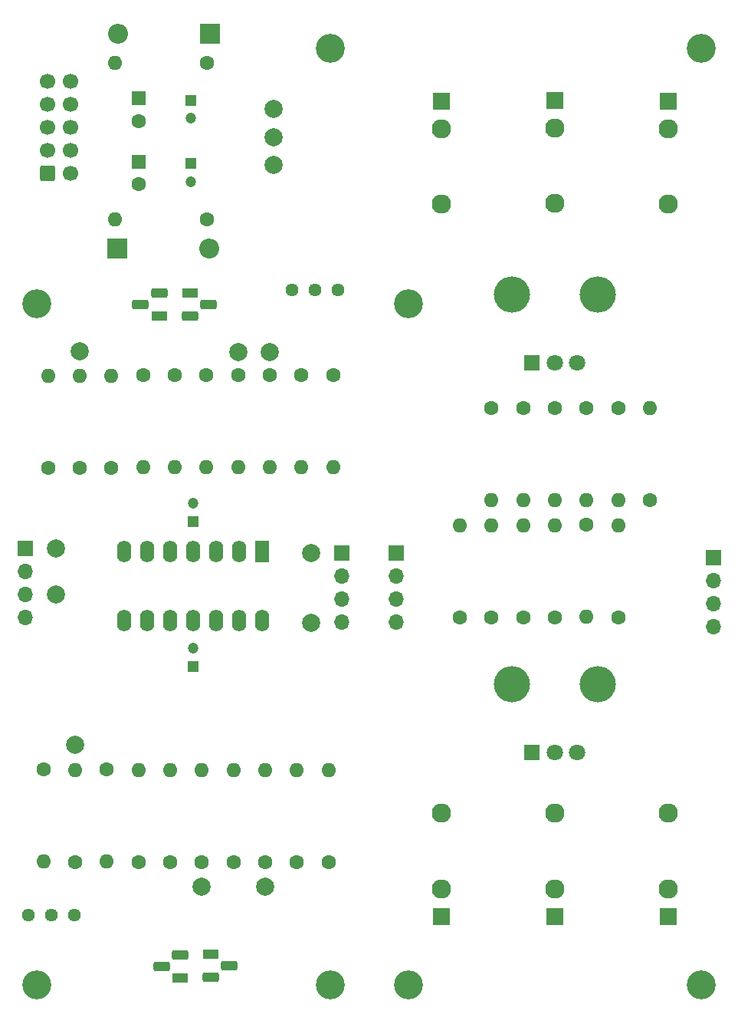
<source format=gts>
G04 #@! TF.GenerationSoftware,KiCad,Pcbnew,8.0.2-1*
G04 #@! TF.CreationDate,2024-06-17T09:14:50+02:00*
G04 #@! TF.ProjectId,sparkle,73706172-6b6c-4652-9e6b-696361645f70,rev?*
G04 #@! TF.SameCoordinates,Original*
G04 #@! TF.FileFunction,Soldermask,Top*
G04 #@! TF.FilePolarity,Negative*
%FSLAX46Y46*%
G04 Gerber Fmt 4.6, Leading zero omitted, Abs format (unit mm)*
G04 Created by KiCad (PCBNEW 8.0.2-1) date 2024-06-17 09:14:50*
%MOMM*%
%LPD*%
G01*
G04 APERTURE LIST*
G04 Aperture macros list*
%AMRoundRect*
0 Rectangle with rounded corners*
0 $1 Rounding radius*
0 $2 $3 $4 $5 $6 $7 $8 $9 X,Y pos of 4 corners*
0 Add a 4 corners polygon primitive as box body*
4,1,4,$2,$3,$4,$5,$6,$7,$8,$9,$2,$3,0*
0 Add four circle primitives for the rounded corners*
1,1,$1+$1,$2,$3*
1,1,$1+$1,$4,$5*
1,1,$1+$1,$6,$7*
1,1,$1+$1,$8,$9*
0 Add four rect primitives between the rounded corners*
20,1,$1+$1,$2,$3,$4,$5,0*
20,1,$1+$1,$4,$5,$6,$7,0*
20,1,$1+$1,$6,$7,$8,$9,0*
20,1,$1+$1,$8,$9,$2,$3,0*%
G04 Aperture macros list end*
%ADD10C,1.600000*%
%ADD11O,1.600000X1.600000*%
%ADD12C,3.200000*%
%ADD13R,1.930000X1.830000*%
%ADD14C,2.130000*%
%ADD15R,1.700000X1.700000*%
%ADD16O,1.700000X1.700000*%
%ADD17C,2.000000*%
%ADD18R,2.200000X2.200000*%
%ADD19O,2.200000X2.200000*%
%ADD20R,1.800000X1.100000*%
%ADD21RoundRect,0.275000X-0.625000X0.275000X-0.625000X-0.275000X0.625000X-0.275000X0.625000X0.275000X0*%
%ADD22O,4.000000X4.000000*%
%ADD23R,1.800000X1.800000*%
%ADD24C,1.800000*%
%ADD25RoundRect,0.275000X0.625000X-0.275000X0.625000X0.275000X-0.625000X0.275000X-0.625000X-0.275000X0*%
%ADD26R,1.600000X2.400000*%
%ADD27O,1.600000X2.400000*%
%ADD28RoundRect,0.250000X-0.600000X-0.600000X0.600000X-0.600000X0.600000X0.600000X-0.600000X0.600000X0*%
%ADD29C,1.700000*%
%ADD30R,1.200000X1.200000*%
%ADD31C,1.200000*%
%ADD32C,1.440000*%
%ADD33R,1.600000X1.600000*%
G04 APERTURE END LIST*
D10*
X104000000Y-93470000D03*
D11*
X104000000Y-103630000D03*
D12*
X127200000Y-53800000D03*
D10*
X58500000Y-100110000D03*
D11*
X58500000Y-89950000D03*
D10*
X86000000Y-143610000D03*
D11*
X86000000Y-133450000D03*
D13*
X111000000Y-149650000D03*
D14*
X111000000Y-138250000D03*
X111000000Y-146550000D03*
D10*
X76000000Y-89890000D03*
D11*
X76000000Y-100050000D03*
D10*
X79500000Y-89890000D03*
D11*
X79500000Y-100050000D03*
D10*
X72500000Y-89870000D03*
D11*
X72500000Y-100030000D03*
D10*
X79000000Y-143610000D03*
D11*
X79000000Y-133450000D03*
D13*
X111000000Y-59520000D03*
D14*
X111000000Y-70920000D03*
X111000000Y-62620000D03*
D10*
X104000000Y-116610000D03*
D11*
X104000000Y-106450000D03*
D10*
X114500000Y-106390000D03*
D11*
X114500000Y-116550000D03*
D10*
X72000000Y-143610000D03*
D11*
X72000000Y-133450000D03*
D10*
X65500000Y-89890000D03*
D11*
X65500000Y-100050000D03*
D10*
X100500000Y-116630000D03*
D11*
X100500000Y-106470000D03*
D12*
X127200000Y-157200000D03*
D15*
X87500000Y-109500000D03*
D16*
X87500000Y-112040000D03*
X87500000Y-114580000D03*
X87500000Y-117120000D03*
D10*
X68500000Y-143610000D03*
D11*
X68500000Y-133450000D03*
D10*
X82500000Y-143610000D03*
D11*
X82500000Y-133450000D03*
D10*
X55000000Y-100130000D03*
D11*
X55000000Y-89970000D03*
D17*
X79500000Y-87300000D03*
D10*
X61500000Y-133390000D03*
D11*
X61500000Y-143550000D03*
D17*
X58000000Y-130700000D03*
D10*
X121500000Y-103690000D03*
D11*
X121500000Y-93530000D03*
D10*
X62000000Y-100110000D03*
D11*
X62000000Y-89950000D03*
D12*
X86200000Y-53800000D03*
D15*
X52500000Y-109000000D03*
D16*
X52500000Y-111540000D03*
X52500000Y-114080000D03*
X52500000Y-116620000D03*
D13*
X123500000Y-59600000D03*
D14*
X123500000Y-71000000D03*
X123500000Y-62700000D03*
D10*
X69000000Y-89890000D03*
D11*
X69000000Y-100050000D03*
D17*
X55900000Y-109000000D03*
D10*
X107500000Y-116610000D03*
D11*
X107500000Y-106450000D03*
D18*
X62650000Y-75900000D03*
D19*
X72810000Y-75900000D03*
D20*
X70680000Y-80800000D03*
D21*
X72750000Y-82070000D03*
X70680000Y-83340000D03*
D17*
X55900000Y-114100000D03*
D10*
X65000000Y-143610000D03*
D11*
X65000000Y-133450000D03*
D10*
X111000000Y-93470000D03*
D11*
X111000000Y-103630000D03*
D17*
X84100000Y-109500000D03*
D13*
X98500000Y-149650000D03*
D14*
X98500000Y-138250000D03*
X98500000Y-146550000D03*
D10*
X118000000Y-116610000D03*
D11*
X118000000Y-106450000D03*
D17*
X72000000Y-146300000D03*
D10*
X54500000Y-133390000D03*
D11*
X54500000Y-143550000D03*
D10*
X111000000Y-116610000D03*
D11*
X111000000Y-106450000D03*
D12*
X86200000Y-157200000D03*
X53800000Y-82000000D03*
D17*
X79900000Y-66700000D03*
D10*
X86500000Y-89890000D03*
D11*
X86500000Y-100050000D03*
D10*
X72590000Y-55400000D03*
D11*
X62430000Y-55400000D03*
D12*
X94800000Y-157200000D03*
D17*
X79900000Y-63600000D03*
D10*
X118000000Y-93470000D03*
D11*
X118000000Y-103630000D03*
D10*
X72590000Y-72700000D03*
D11*
X62430000Y-72700000D03*
D18*
X72910000Y-52200000D03*
D19*
X62750000Y-52200000D03*
D22*
X106250000Y-81000000D03*
X115750000Y-81000000D03*
D23*
X108500000Y-88500000D03*
D24*
X111000000Y-88500000D03*
X113500000Y-88500000D03*
D13*
X123500000Y-149650000D03*
D14*
X123500000Y-138250000D03*
X123500000Y-146550000D03*
D17*
X84100000Y-117200000D03*
D10*
X83000000Y-89870000D03*
D11*
X83000000Y-100030000D03*
D22*
X106250000Y-124000000D03*
X115750000Y-124000000D03*
D23*
X108500000Y-131500000D03*
D24*
X111000000Y-131500000D03*
X113500000Y-131500000D03*
D20*
X67280000Y-83340000D03*
D25*
X65210000Y-82070000D03*
X67280000Y-80800000D03*
D20*
X69600000Y-156380000D03*
D25*
X67530000Y-155110000D03*
X69600000Y-153840000D03*
D17*
X76000000Y-87300000D03*
X79900000Y-60500000D03*
D10*
X107500000Y-93470000D03*
D11*
X107500000Y-103630000D03*
D12*
X53800000Y-157200000D03*
D10*
X58000000Y-143610000D03*
D11*
X58000000Y-133450000D03*
D12*
X94800000Y-82000000D03*
D17*
X79000000Y-146300000D03*
D10*
X114500000Y-93470000D03*
D11*
X114500000Y-103630000D03*
D26*
X78660000Y-109380000D03*
D27*
X76120000Y-109380000D03*
X73580000Y-109380000D03*
X71040000Y-109380000D03*
X68500000Y-109380000D03*
X65960000Y-109380000D03*
X63420000Y-109380000D03*
X63420000Y-117000000D03*
X65960000Y-117000000D03*
X68500000Y-117000000D03*
X71040000Y-117000000D03*
X73580000Y-117000000D03*
X76120000Y-117000000D03*
X78660000Y-117000000D03*
D20*
X72980000Y-153830000D03*
D21*
X75050000Y-155100000D03*
X72980000Y-156370000D03*
D13*
X98500000Y-59600000D03*
D14*
X98500000Y-71000000D03*
X98500000Y-62700000D03*
D17*
X58500000Y-87200000D03*
D10*
X75500000Y-143610000D03*
D11*
X75500000Y-133450000D03*
D28*
X54930000Y-67580000D03*
D29*
X57470000Y-67580000D03*
X54930000Y-65040000D03*
X57470000Y-65040000D03*
X54930000Y-62500000D03*
X57470000Y-62500000D03*
X54930000Y-59960000D03*
X57470000Y-59960000D03*
X54930000Y-57420000D03*
X57470000Y-57420000D03*
D30*
X71080000Y-122000000D03*
D31*
X71080000Y-120000000D03*
D15*
X93500000Y-109500000D03*
D16*
X93500000Y-112040000D03*
X93500000Y-114580000D03*
X93500000Y-117120000D03*
D15*
X128500000Y-110000000D03*
D16*
X128500000Y-112540000D03*
X128500000Y-115080000D03*
X128500000Y-117620000D03*
D32*
X57950000Y-149500000D03*
X55410000Y-149500000D03*
X52870000Y-149500000D03*
D30*
X70800000Y-59527401D03*
D31*
X70800000Y-61527401D03*
D30*
X70800000Y-66527401D03*
D31*
X70800000Y-68527401D03*
D30*
X71080000Y-106000000D03*
D31*
X71080000Y-104000000D03*
D33*
X65000000Y-66300000D03*
D10*
X65000000Y-68800000D03*
D33*
X65000000Y-59317621D03*
D10*
X65000000Y-61817621D03*
D32*
X87050000Y-80500000D03*
X84510000Y-80500000D03*
X81970000Y-80500000D03*
M02*

</source>
